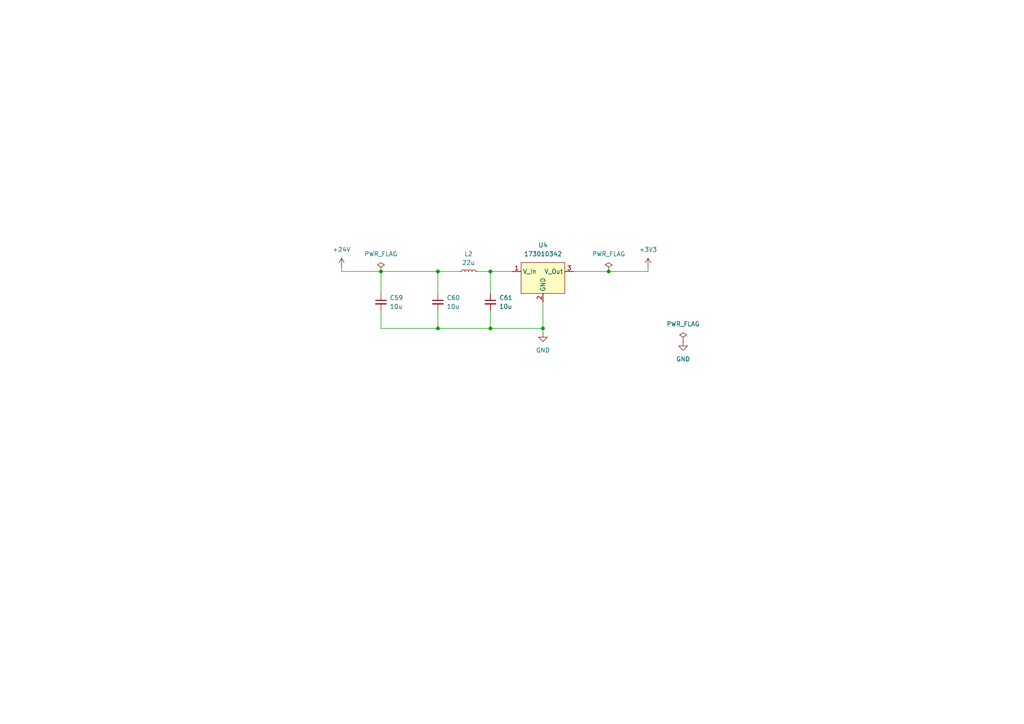
<source format=kicad_sch>
(kicad_sch (version 20231120) (generator "eeschema") (generator_version "8.0")
  (paper "A4")
  (title_block (title "PDU FT25") (date "2024-11-18") (rev "V1.0") (company "Janek Herm") (comment 1 "FaSTTUBe Electronics"))
  (lib_symbols
    (symbol "Device:C_Small" (pin_numbers hide) (pin_names (offset 0.254) hide)
      (property "Reference" "C" (at 0.254 1.778 0))
      (property "Value" "C_Small" (at 0.254 -2.032 0))
      (symbol "C_Small_0_1"
        (polyline (pts (xy -1.524 -0.508) (xy 1.524 -0.508)) (stroke (width 0.3302)))
        (polyline (pts (xy -1.524 0.508) (xy 1.524 0.508)) (stroke (width 0.3048)))
      )
      (symbol "C_Small_1_1"
        (pin passive line (at 0 2.54 270) (length 2.032) (name "~") (number "1"))
        (pin passive line (at 0 -2.54 90) (length 2.032) (name "~") (number "2"))
      )
    )
    (symbol "Device:L_Small" (pin_numbers hide) (pin_names (offset 0.254) hide)
      (property "Reference" "L" (at 0.762 1.016 0))
      (property "Value" "L_Small" (at 0.762 -1.016 0))
      (symbol "L_Small_0_1"
        (arc (start 0 -2.032) (mid 0.5058 -1.524) (end 0 -1.016))
        (arc (start 0 -1.016) (mid 0.5058 -0.508) (end 0 0))
        (arc (start 0 0) (mid 0.5058 0.508) (end 0 1.016))
        (arc (start 0 1.016) (mid 0.5058 1.524) (end 0 2.032))
      )
      (symbol "L_Small_1_1"
        (pin passive line (at 0 2.54 270) (length 0.508) (name "~") (number "1"))
        (pin passive line (at 0 -2.54 90) (length 0.508) (name "~") (number "2"))
      )
    )
    (symbol "FaSTTUBe_Voltage_Regulators:MagI3C-WPME-FDSM"
      (property "Reference" "U" (at 0 6.858 0))
      (property "Value" "WPME-FDSM" (at -0.254 4.826 0))
      (symbol "MagI3C-WPME-FDSM_1_1"
        (rectangle (start -6.35 3.81) (end 6.35 -5.08) (fill (type background)))
        (pin input line (at -8.89 1.27 0) (length 2.54) (name "V_In") (number "1"))
        (pin power_in line (at 0 -7.62 90) (length 2.54) (name "GND") (number "2"))
        (pin passive line (at 8.89 1.27 180) (length 2.54) (name "V_Out") (number "3"))
      )
    )
    (symbol "power:+24V" (power) (pin_numbers hide) (pin_names (offset 0) hide)
      (property "Value" "+24V" (at 0 3.556 0))
      (symbol "+24V_0_1"
        (polyline (pts (xy -0.762 1.27) (xy 0 2.54)))
        (polyline (pts (xy 0 0) (xy 0 2.54)))
        (polyline (pts (xy 0 2.54) (xy 0.762 1.27)))
      )
      (symbol "+24V_1_1"
        (pin power_in line (at 0 0 90) (length 0) (name "~") (number "1"))
      )
    )
    (symbol "power:+3.3V" (power) (pin_numbers hide) (pin_names (offset 0) hide)
      (property "Value" "+3.3V" (at 0 3.556 0))
      (symbol "+3.3V_0_1"
        (polyline (pts (xy -0.762 1.27) (xy 0 2.54)))
        (polyline (pts (xy 0 0) (xy 0 2.54)))
        (polyline (pts (xy 0 2.54) (xy 0.762 1.27)))
      )
      (symbol "+3.3V_1_1"
        (pin power_in line (at 0 0 90) (length 0) (name "~") (number "1"))
      )
    )
    (symbol "power:GND" (power) (pin_numbers hide) (pin_names (offset 0) hide)
      (property "Value" "GND" (at 0 -3.81 0))
      (symbol "GND_0_1"
        (polyline (pts (xy 0 0) (xy 0 -1.27) (xy 1.27 -1.27) (xy 0 -2.54) (xy -1.27 -1.27) (xy 0 -1.27)))
      )
      (symbol "GND_1_1"
        (pin power_in line (at 0 0 270) (length 0) (name "~") (number "1"))
      )
    )
    (symbol "power:PWR_FLAG" (power) (pin_numbers hide) (pin_names (offset 0) hide)
      (property "Value" "PWR_FLAG" (at 0 3.81 0))
      (symbol "PWR_FLAG_0_0"
        (pin power_out line (at 0 0 90) (length 0) (name "~") (number "1"))
      )
      (symbol "PWR_FLAG_0_1"
        (polyline (pts (xy 0 0) (xy 0 1.27) (xy -1.016 1.905) (xy 0 2.54) (xy 1.016 1.905) (xy 0 1.27)))
      )
    )
  )
  (junction (at 127 95.25))
  (junction (at 142.24 78.74))
  (junction (at 127 78.74))
  (junction (at 157.48 95.25))
  (junction (at 142.24 95.25))
  (junction (at 110.49 78.74))
  (junction (at 176.53 78.74))
  (wire (pts (xy 142.24 90.17) (xy 142.24 95.25)))
  (wire (pts (xy 138.43 78.74) (xy 142.24 78.74)))
  (wire (pts (xy 127 78.74) (xy 133.35 78.74)))
  (wire (pts (xy 176.53 78.74) (xy 187.96 78.74)))
  (wire (pts (xy 110.49 78.74) (xy 110.49 85.09)))
  (wire (pts (xy 127 90.17) (xy 127 95.25)))
  (wire (pts (xy 157.48 96.52) (xy 157.48 95.25)))
  (wire (pts (xy 99.06 78.74) (xy 110.49 78.74)))
  (wire (pts (xy 127 78.74) (xy 127 85.09)))
  (wire (pts (xy 110.49 90.17) (xy 110.49 95.25)))
  (wire (pts (xy 166.37 78.74) (xy 176.53 78.74)))
  (wire (pts (xy 142.24 95.25) (xy 157.48 95.25)))
  (wire (pts (xy 127 95.25) (xy 142.24 95.25)))
  (wire (pts (xy 99.06 78.74) (xy 99.06 77.47)))
  (wire (pts (xy 157.48 87.63) (xy 157.48 95.25)))
  (wire (pts (xy 110.49 95.25) (xy 127 95.25)))
  (wire (pts (xy 142.24 78.74) (xy 148.59 78.74)))
  (wire (pts (xy 187.96 78.74) (xy 187.96 77.47)))
  (wire (pts (xy 142.24 78.74) (xy 142.24 85.09)))
  (wire (pts (xy 110.49 78.74) (xy 127 78.74)))
  (symbol (lib_id "power:PWR_FLAG") (at 110.49 78.74 0) (unit 1)
    (property "Reference" "#FLG01" (effects (hide yes)))
    (property "Value" "PWR_FLAG" (at 110.49 73.66 0))
    (property "Description" "Special symbol for telling ERC where power comes from" (effects (hide yes)))
  )
  (symbol (lib_id "power:+3.3V") (at 187.96 77.47 0) (unit 1)
    (property "Reference" "#PWR0129" (effects (hide yes)))
    (property "Value" "+3V3" (at 187.96 72.39 0))
    (property "Description" "Power symbol creates a global label with name \"+3.3V\"" (effects (hide yes)))
  )
  (symbol (lib_id "power:+24V") (at 99.06 77.47 0) (unit 1)
    (property "Reference" "#PWR0128" (effects (hide yes)))
    (property "Value" "+24V" (at 99.06 72.39 0))
    (property "Description" "Power symbol creates a global label with name \"+24V\"" (effects (hide yes)))
  )
  (symbol (lib_id "Device:L_Small") (at 135.89 78.74 90) (unit 1)
    (property "Reference" "L2" (at 135.89 73.66 90))
    (property "Value" "22u" (at 135.89 76.2 90))
    (property "Footprint" "WE-PD2:WE-PD2_5848_582055" (effects (hide yes)))
    (property "Datasheet" "https://www.we-online.com/components/products/datasheet/744774122.pdf" (effects (hide yes)))
    (property "Description" "Inductor, small symbol" (effects (hide yes)))
  )
  (symbol (lib_id "power:PWR_FLAG") (at 198.12 99.06 0) (unit 1)
    (property "Reference" "#FLG03" (effects (hide yes)))
    (property "Value" "PWR_FLAG" (at 198.12 93.98 0))
    (property "Description" "Special symbol for telling ERC where power comes from" (effects (hide yes)))
  )
  (symbol (lib_id "Device:C_Small") (at 127 87.63 0) (unit 1)
    (property "Reference" "C60" (at 129.54 86.3662 0) (effects (justify left)))
    (property "Value" "10u" (at 129.54 88.9062 0) (effects (justify left)))
    (property "Footprint" "Capacitor_SMD:C_1206_3216Metric_Pad1.33x1.80mm_HandSolder" (effects (hide yes)))
    (property "Description" "Unpolarized capacitor, small symbol" (effects (hide yes)))
  )
  (symbol (lib_id "power:GND") (at 198.12 99.06 0) (unit 1)
    (property "Reference" "#PWR0131" (effects (hide yes)))
    (property "Value" "GND" (at 198.12 104.14 0))
    (property "Description" "Power symbol creates a global label with name \"GND\" , ground" (effects (hide yes)))
  )
  (symbol (lib_id "power:PWR_FLAG") (at 176.53 78.74 0) (unit 1)
    (property "Reference" "#FLG02" (effects (hide yes)))
    (property "Value" "PWR_FLAG" (at 176.53 73.66 0))
    (property "Description" "Special symbol for telling ERC where power comes from" (effects (hide yes)))
  )
  (symbol (lib_id "Device:C_Small") (at 142.24 87.63 0) (unit 1)
    (property "Reference" "C61" (at 144.78 86.3662 0) (effects (justify left)))
    (property "Value" "10u" (at 144.78 88.9062 0) (effects (justify left)))
    (property "Footprint" "Capacitor_SMD:C_1206_3216Metric_Pad1.33x1.80mm_HandSolder" (effects (hide yes)))
    (property "Description" "Unpolarized capacitor, small symbol" (effects (hide yes)))
  )
  (symbol (lib_id "FaSTTUBe_Voltage_Regulators:MagI3C-WPME-FDSM") (at 157.48 80.01 0) (unit 1)
    (property "Reference" "U4" (at 157.48 71.12 0))
    (property "Value" "173010342" (at 157.48 73.66 0))
    (property "Footprint" "173010342:173010342" (effects (hide yes)))
    (property "Datasheet" "https://www.we-online.com/components/products/datasheet/173950336.pdf" (effects (hide yes)))
  )
  (symbol (lib_id "Device:C_Small") (at 110.49 87.63 0) (unit 1)
    (property "Reference" "C59" (at 113.03 86.3662 0) (effects (justify left)))
    (property "Value" "10u" (at 113.03 88.9062 0) (effects (justify left)))
    (property "Footprint" "Capacitor_SMD:C_1206_3216Metric_Pad1.33x1.80mm_HandSolder" (effects (hide yes)))
    (property "Description" "Unpolarized capacitor, small symbol" (effects (hide yes)))
  )
  (symbol (lib_id "power:GND") (at 157.48 96.52 0) (unit 1)
    (property "Reference" "#PWR0130" (effects (hide yes)))
    (property "Value" "GND" (at 157.48 101.6 0))
    (property "Description" "Power symbol creates a global label with name \"GND\" , ground" (effects (hide yes)))
  )
)
</source>
